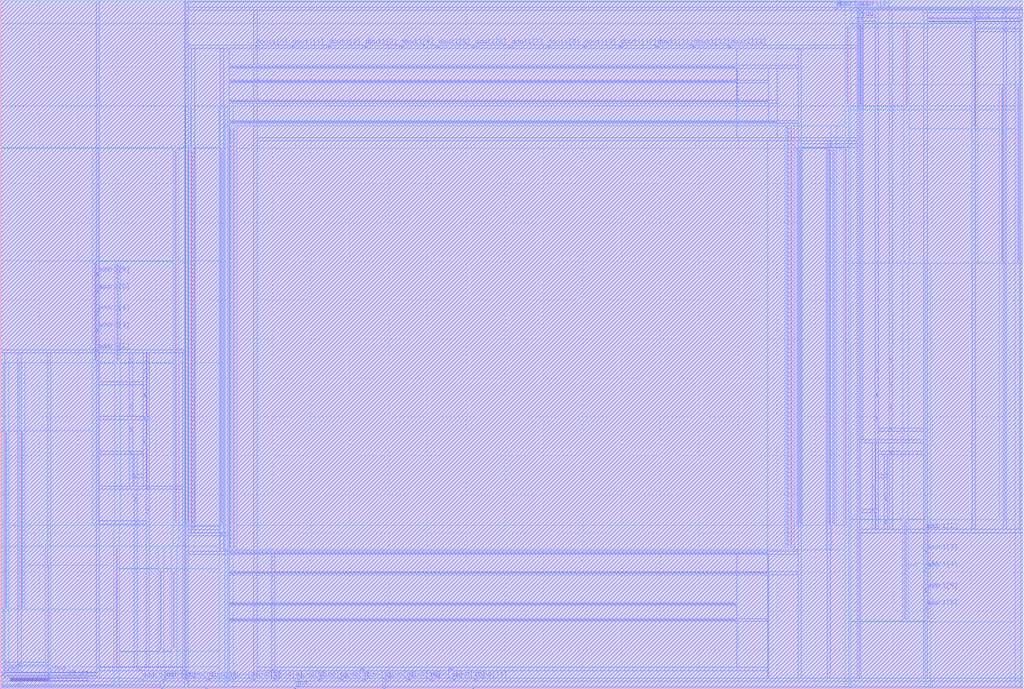
<source format=lef>
VERSION 5.4 ;
NAMESCASESENSITIVE ON ;
BUSBITCHARS "[]" ;
DIVIDERCHAR "/" ;
UNITS
  DATABASE MICRONS 2000 ;
END UNITS
MACRO freepdk45_sram_1w1r_14x128
   CLASS BLOCK ;
   SIZE 131.805 BY 88.705 ;
   SYMMETRY X Y R90 ;
   PIN din0[0]
      DIRECTION INPUT ;
      PORT
         LAYER metal3 ;
         RECT  23.91 1.105 24.045 1.24 ;
      END
   END din0[0]
   PIN din0[1]
      DIRECTION INPUT ;
      PORT
         LAYER metal3 ;
         RECT  26.77 1.105 26.905 1.24 ;
      END
   END din0[1]
   PIN din0[2]
      DIRECTION INPUT ;
      PORT
         LAYER metal3 ;
         RECT  29.63 1.105 29.765 1.24 ;
      END
   END din0[2]
   PIN din0[3]
      DIRECTION INPUT ;
      PORT
         LAYER metal3 ;
         RECT  32.49 1.105 32.625 1.24 ;
      END
   END din0[3]
   PIN din0[4]
      DIRECTION INPUT ;
      PORT
         LAYER metal3 ;
         RECT  35.35 1.105 35.485 1.24 ;
      END
   END din0[4]
   PIN din0[5]
      DIRECTION INPUT ;
      PORT
         LAYER metal3 ;
         RECT  38.21 1.105 38.345 1.24 ;
      END
   END din0[5]
   PIN din0[6]
      DIRECTION INPUT ;
      PORT
         LAYER metal3 ;
         RECT  41.07 1.105 41.205 1.24 ;
      END
   END din0[6]
   PIN din0[7]
      DIRECTION INPUT ;
      PORT
         LAYER metal3 ;
         RECT  43.93 1.105 44.065 1.24 ;
      END
   END din0[7]
   PIN din0[8]
      DIRECTION INPUT ;
      PORT
         LAYER metal3 ;
         RECT  46.79 1.105 46.925 1.24 ;
      END
   END din0[8]
   PIN din0[9]
      DIRECTION INPUT ;
      PORT
         LAYER metal3 ;
         RECT  49.65 1.105 49.785 1.24 ;
      END
   END din0[9]
   PIN din0[10]
      DIRECTION INPUT ;
      PORT
         LAYER metal3 ;
         RECT  52.51 1.105 52.645 1.24 ;
      END
   END din0[10]
   PIN din0[11]
      DIRECTION INPUT ;
      PORT
         LAYER metal3 ;
         RECT  55.37 1.105 55.505 1.24 ;
      END
   END din0[11]
   PIN din0[12]
      DIRECTION INPUT ;
      PORT
         LAYER metal3 ;
         RECT  58.23 1.105 58.365 1.24 ;
      END
   END din0[12]
   PIN din0[13]
      DIRECTION INPUT ;
      PORT
         LAYER metal3 ;
         RECT  61.09 1.105 61.225 1.24 ;
      END
   END din0[13]
   PIN addr0[0]
      DIRECTION INPUT ;
      PORT
         LAYER metal3 ;
         RECT  18.19 1.105 18.325 1.24 ;
      END
   END addr0[0]
   PIN addr0[1]
      DIRECTION INPUT ;
      PORT
         LAYER metal3 ;
         RECT  21.05 1.105 21.185 1.24 ;
      END
   END addr0[1]
   PIN addr0[2]
      DIRECTION INPUT ;
      PORT
         LAYER metal3 ;
         RECT  12.47 43.37 12.605 43.505 ;
      END
   END addr0[2]
   PIN addr0[3]
      DIRECTION INPUT ;
      PORT
         LAYER metal3 ;
         RECT  12.47 46.1 12.605 46.235 ;
      END
   END addr0[3]
   PIN addr0[4]
      DIRECTION INPUT ;
      PORT
         LAYER metal3 ;
         RECT  12.47 48.31 12.605 48.445 ;
      END
   END addr0[4]
   PIN addr0[5]
      DIRECTION INPUT ;
      PORT
         LAYER metal3 ;
         RECT  12.47 51.04 12.605 51.175 ;
      END
   END addr0[5]
   PIN addr0[6]
      DIRECTION INPUT ;
      PORT
         LAYER metal3 ;
         RECT  12.47 53.25 12.605 53.385 ;
      END
   END addr0[6]
   PIN addr1[0]
      DIRECTION INPUT ;
      PORT
         LAYER metal3 ;
         RECT  110.48 87.465 110.615 87.6 ;
      END
   END addr1[0]
   PIN addr1[1]
      DIRECTION INPUT ;
      PORT
         LAYER metal3 ;
         RECT  107.62 87.465 107.755 87.6 ;
      END
   END addr1[1]
   PIN addr1[2]
      DIRECTION INPUT ;
      PORT
         LAYER metal3 ;
         RECT  119.06 20.23 119.195 20.365 ;
      END
   END addr1[2]
   PIN addr1[3]
      DIRECTION INPUT ;
      PORT
         LAYER metal3 ;
         RECT  119.06 17.5 119.195 17.635 ;
      END
   END addr1[3]
   PIN addr1[4]
      DIRECTION INPUT ;
      PORT
         LAYER metal3 ;
         RECT  119.06 15.29 119.195 15.425 ;
      END
   END addr1[4]
   PIN addr1[5]
      DIRECTION INPUT ;
      PORT
         LAYER metal3 ;
         RECT  119.06 12.56 119.195 12.695 ;
      END
   END addr1[5]
   PIN addr1[6]
      DIRECTION INPUT ;
      PORT
         LAYER metal3 ;
         RECT  119.06 10.35 119.195 10.485 ;
      END
   END addr1[6]
   PIN csb0
      DIRECTION INPUT ;
      PORT
         LAYER metal3 ;
         RECT  0.285 1.77 0.42 1.905 ;
      END
   END csb0
   PIN csb1
      DIRECTION INPUT ;
      PORT
         LAYER metal3 ;
         RECT  131.385 86.09 131.52 86.225 ;
      END
   END csb1
   PIN clk0
      DIRECTION INPUT ;
      PORT
         LAYER metal3 ;
         RECT  6.2475 1.855 6.3825 1.99 ;
      END
   END clk0
   PIN clk1
      DIRECTION INPUT ;
      PORT
         LAYER metal3 ;
         RECT  125.2825 86.005 125.4175 86.14 ;
      END
   END clk1
   PIN dout1[0]
      DIRECTION OUTPUT ;
      PORT
         LAYER metal3 ;
         RECT  32.8025 82.5975 32.9375 82.7325 ;
      END
   END dout1[0]
   PIN dout1[1]
      DIRECTION OUTPUT ;
      PORT
         LAYER metal3 ;
         RECT  37.5025 82.5975 37.6375 82.7325 ;
      END
   END dout1[1]
   PIN dout1[2]
      DIRECTION OUTPUT ;
      PORT
         LAYER metal3 ;
         RECT  42.2025 82.5975 42.3375 82.7325 ;
      END
   END dout1[2]
   PIN dout1[3]
      DIRECTION OUTPUT ;
      PORT
         LAYER metal3 ;
         RECT  46.9025 82.5975 47.0375 82.7325 ;
      END
   END dout1[3]
   PIN dout1[4]
      DIRECTION OUTPUT ;
      PORT
         LAYER metal3 ;
         RECT  51.6025 82.5975 51.7375 82.7325 ;
      END
   END dout1[4]
   PIN dout1[5]
      DIRECTION OUTPUT ;
      PORT
         LAYER metal3 ;
         RECT  56.3025 82.5975 56.4375 82.7325 ;
      END
   END dout1[5]
   PIN dout1[6]
      DIRECTION OUTPUT ;
      PORT
         LAYER metal3 ;
         RECT  61.0025 82.5975 61.1375 82.7325 ;
      END
   END dout1[6]
   PIN dout1[7]
      DIRECTION OUTPUT ;
      PORT
         LAYER metal3 ;
         RECT  65.7025 82.5975 65.8375 82.7325 ;
      END
   END dout1[7]
   PIN dout1[8]
      DIRECTION OUTPUT ;
      PORT
         LAYER metal3 ;
         RECT  70.4025 82.5975 70.5375 82.7325 ;
      END
   END dout1[8]
   PIN dout1[9]
      DIRECTION OUTPUT ;
      PORT
         LAYER metal3 ;
         RECT  75.1025 82.5975 75.2375 82.7325 ;
      END
   END dout1[9]
   PIN dout1[10]
      DIRECTION OUTPUT ;
      PORT
         LAYER metal3 ;
         RECT  79.8025 82.5975 79.9375 82.7325 ;
      END
   END dout1[10]
   PIN dout1[11]
      DIRECTION OUTPUT ;
      PORT
         LAYER metal3 ;
         RECT  84.5025 82.5975 84.6375 82.7325 ;
      END
   END dout1[11]
   PIN dout1[12]
      DIRECTION OUTPUT ;
      PORT
         LAYER metal3 ;
         RECT  89.2025 82.5975 89.3375 82.7325 ;
      END
   END dout1[12]
   PIN dout1[13]
      DIRECTION OUTPUT ;
      PORT
         LAYER metal3 ;
         RECT  93.9025 82.5975 94.0375 82.7325 ;
      END
   END dout1[13]
   PIN vdd
      DIRECTION INOUT ;
      USE POWER ; 
      SHAPE ABUTMENT ; 
      PORT
         LAYER metal4 ;
         RECT  109.055 75.32 109.195 85.34 ;
         LAYER metal4 ;
         RECT  28.47 21.3325 28.61 69.3125 ;
         LAYER metal3 ;
         RECT  112.7675 31.8 112.9025 31.935 ;
         LAYER metal3 ;
         RECT  112.4225 22.83 112.5575 22.965 ;
         LAYER metal3 ;
         RECT  112.7675 37.78 112.9025 37.915 ;
         LAYER metal4 ;
         RECT  130.9775 55.0825 131.1175 77.485 ;
         LAYER metal3 ;
         RECT  23.6275 2.47 23.7625 2.605 ;
         LAYER metal3 ;
         RECT  112.4225 25.82 112.5575 25.955 ;
         LAYER metal3 ;
         RECT  18.9125 25.82 19.0475 25.955 ;
         LAYER metal3 ;
         RECT  102.8625 70.67 102.9975 70.805 ;
         LAYER metal3 ;
         RECT  112.7675 34.79 112.9025 34.925 ;
         LAYER metal3 ;
         RECT  29.6175 17.4675 98.7025 17.5375 ;
         LAYER metal3 ;
         RECT  17.9075 2.47 18.0425 2.605 ;
         LAYER metal3 ;
         RECT  35.0675 2.47 35.2025 2.605 ;
         LAYER metal4 ;
         RECT  14.905 3.1325 15.045 18.0925 ;
         LAYER metal3 ;
         RECT  112.7675 40.77 112.9025 40.905 ;
         LAYER metal3 ;
         RECT  29.6175 8.8175 94.7075 8.8875 ;
         LAYER metal3 ;
         RECT  18.5675 34.79 18.7025 34.925 ;
         LAYER metal3 ;
         RECT  29.6175 80.04 94.7075 80.11 ;
         LAYER metal3 ;
         RECT  28.4725 19.84 28.6075 19.975 ;
         LAYER metal4 ;
         RECT  116.62 74.8425 116.76 84.8625 ;
         LAYER metal4 ;
         RECT  22.275 5.125 22.415 15.145 ;
         LAYER metal4 ;
         RECT  29.55 18.1625 29.69 72.2325 ;
         LAYER metal3 ;
         RECT  18.9125 22.83 19.0475 22.965 ;
         LAYER metal4 ;
         RECT  12.185 42.2625 12.325 54.8175 ;
         LAYER metal3 ;
         RECT  106.595 69.8825 106.73 70.0175 ;
         LAYER metal3 ;
         RECT  2.425 3.135 2.56 3.27 ;
         LAYER metal4 ;
         RECT  102.86 21.3325 103.0 69.3125 ;
         LAYER metal4 ;
         RECT  24.12 21.3325 24.26 69.3825 ;
         LAYER metal3 ;
         RECT  57.9475 2.47 58.0825 2.605 ;
         LAYER metal3 ;
         RECT  18.5675 37.78 18.7025 37.915 ;
         LAYER metal4 ;
         RECT  0.6875 10.51 0.8275 32.9125 ;
         LAYER metal4 ;
         RECT  101.78 18.1625 101.92 72.2325 ;
         LAYER metal3 ;
         RECT  29.6175 72.9275 99.8775 72.9975 ;
         LAYER metal3 ;
         RECT  18.5675 31.8 18.7025 31.935 ;
         LAYER metal3 ;
         RECT  129.245 84.725 129.38 84.86 ;
         LAYER metal4 ;
         RECT  107.21 21.3325 107.35 69.3825 ;
         LAYER metal4 ;
         RECT  119.34 8.9175 119.48 21.4725 ;
         LAYER metal3 ;
         RECT  46.5075 2.47 46.6425 2.605 ;
         LAYER metal3 ;
         RECT  18.5675 40.77 18.7025 40.905 ;
         LAYER metal3 ;
         RECT  24.74 20.6275 24.875 20.7625 ;
         LAYER metal3 ;
         RECT  110.7625 86.1 110.8975 86.235 ;
      END
   END vdd
   PIN gnd
      DIRECTION INOUT ;
      USE GROUND ; 
      SHAPE ABUTMENT ; 
      PORT
         LAYER metal3 ;
         RECT  49.3675 0.0 49.5025 0.135 ;
         LAYER metal3 ;
         RECT  114.575 30.305 114.71 30.44 ;
         LAYER metal4 ;
         RECT  20.6125 5.0575 20.7525 15.2125 ;
         LAYER metal3 ;
         RECT  113.95 27.315 114.085 27.45 ;
         LAYER metal4 ;
         RECT  125.42 72.3725 125.56 87.3325 ;
         LAYER metal4 ;
         RECT  22.53 21.3 22.67 69.3825 ;
         LAYER metal4 ;
         RECT  106.65 21.3 106.79 69.345 ;
         LAYER metal3 ;
         RECT  113.95 24.325 114.085 24.46 ;
         LAYER metal4 ;
         RECT  128.915 55.05 129.055 77.4525 ;
         LAYER metal3 ;
         RECT  16.76 39.275 16.895 39.41 ;
         LAYER metal3 ;
         RECT  17.385 21.335 17.52 21.47 ;
         LAYER metal3 ;
         RECT  16.76 30.305 16.895 30.44 ;
         LAYER metal3 ;
         RECT  29.6175 14.8475 98.735 14.9175 ;
         LAYER metal3 ;
         RECT  114.575 33.295 114.71 33.43 ;
         LAYER metal3 ;
         RECT  29.6175 75.5475 98.735 75.6175 ;
         LAYER metal4 ;
         RECT  110.7175 75.2525 110.8575 85.4075 ;
         LAYER metal3 ;
         RECT  17.385 24.325 17.52 24.46 ;
         LAYER metal3 ;
         RECT  26.4875 0.0 26.6225 0.135 ;
         LAYER metal3 ;
         RECT  107.9025 88.57 108.0375 88.705 ;
         LAYER metal3 ;
         RECT  29.6175 78.1475 94.7425 78.2175 ;
         LAYER metal4 ;
         RECT  15.045 42.1975 15.185 54.7525 ;
         LAYER metal4 ;
         RECT  2.75 10.5425 2.89 32.945 ;
         LAYER metal3 ;
         RECT  20.7675 0.0 20.9025 0.135 ;
         LAYER metal3 ;
         RECT  16.76 42.265 16.895 42.4 ;
         LAYER metal3 ;
         RECT  16.76 36.285 16.895 36.42 ;
         LAYER metal3 ;
         RECT  60.8075 0.0 60.9425 0.135 ;
         LAYER metal3 ;
         RECT  114.575 36.285 114.71 36.42 ;
         LAYER metal3 ;
         RECT  129.245 87.195 129.38 87.33 ;
         LAYER metal3 ;
         RECT  16.76 33.295 16.895 33.43 ;
         LAYER metal4 ;
         RECT  6.105 0.6625 6.245 15.6225 ;
         LAYER metal4 ;
         RECT  108.8 21.3 108.94 69.3825 ;
         LAYER metal3 ;
         RECT  17.385 27.315 17.52 27.45 ;
         LAYER metal3 ;
         RECT  29.6175 10.8675 94.7075 10.9375 ;
         LAYER metal4 ;
         RECT  24.68 21.3 24.82 69.345 ;
         LAYER metal3 ;
         RECT  114.575 39.275 114.71 39.41 ;
         LAYER metal4 ;
         RECT  30.01 18.1625 30.15 72.2325 ;
         LAYER metal4 ;
         RECT  101.32 18.1625 101.46 72.2325 ;
         LAYER metal4 ;
         RECT  116.48 8.9825 116.62 21.5375 ;
         LAYER metal3 ;
         RECT  113.95 21.335 114.085 21.47 ;
         LAYER metal3 ;
         RECT  2.425 0.665 2.56 0.8 ;
         LAYER metal3 ;
         RECT  114.575 42.265 114.71 42.4 ;
         LAYER metal3 ;
         RECT  37.9275 0.0 38.0625 0.135 ;
      END
   END gnd
   OBS
   LAYER  metal1 ;
      RECT  0.14 0.14 131.665 88.565 ;
   LAYER  metal2 ;
      RECT  0.14 0.14 131.665 88.565 ;
   LAYER  metal3 ;
      RECT  23.77 0.14 24.185 0.965 ;
      RECT  24.185 0.965 26.63 1.38 ;
      RECT  27.045 0.965 29.49 1.38 ;
      RECT  29.905 0.965 32.35 1.38 ;
      RECT  32.765 0.965 35.21 1.38 ;
      RECT  35.625 0.965 38.07 1.38 ;
      RECT  38.485 0.965 40.93 1.38 ;
      RECT  41.345 0.965 43.79 1.38 ;
      RECT  44.205 0.965 46.65 1.38 ;
      RECT  47.065 0.965 49.51 1.38 ;
      RECT  49.925 0.965 52.37 1.38 ;
      RECT  52.785 0.965 55.23 1.38 ;
      RECT  55.645 0.965 58.09 1.38 ;
      RECT  58.505 0.965 60.95 1.38 ;
      RECT  61.365 0.965 131.665 1.38 ;
      RECT  0.14 0.965 18.05 1.38 ;
      RECT  18.465 0.965 20.91 1.38 ;
      RECT  21.325 0.965 23.77 1.38 ;
      RECT  0.14 43.23 12.33 43.645 ;
      RECT  0.14 43.645 12.33 88.565 ;
      RECT  12.33 1.38 12.745 43.23 ;
      RECT  12.745 43.23 23.77 43.645 ;
      RECT  12.745 43.645 23.77 88.565 ;
      RECT  12.33 43.645 12.745 45.96 ;
      RECT  12.33 46.375 12.745 48.17 ;
      RECT  12.33 48.585 12.745 50.9 ;
      RECT  12.33 51.315 12.745 53.11 ;
      RECT  12.33 53.525 12.745 88.565 ;
      RECT  110.34 87.74 110.755 88.565 ;
      RECT  110.755 87.74 131.665 88.565 ;
      RECT  24.185 87.325 107.48 87.74 ;
      RECT  107.895 87.325 110.34 87.74 ;
      RECT  110.755 1.38 118.92 20.09 ;
      RECT  110.755 20.09 118.92 20.505 ;
      RECT  118.92 20.505 119.335 87.325 ;
      RECT  119.335 1.38 131.665 20.09 ;
      RECT  119.335 20.09 131.665 20.505 ;
      RECT  118.92 17.775 119.335 20.09 ;
      RECT  118.92 15.565 119.335 17.36 ;
      RECT  118.92 12.835 119.335 15.15 ;
      RECT  118.92 1.38 119.335 10.21 ;
      RECT  118.92 10.625 119.335 12.42 ;
      RECT  0.14 1.38 0.145 1.63 ;
      RECT  0.14 1.63 0.145 2.045 ;
      RECT  0.14 2.045 0.145 43.23 ;
      RECT  0.145 1.38 0.56 1.63 ;
      RECT  0.145 2.045 0.56 43.23 ;
      RECT  0.56 1.38 12.33 1.63 ;
      RECT  131.245 20.505 131.66 85.95 ;
      RECT  131.245 86.365 131.66 87.325 ;
      RECT  131.66 20.505 131.665 85.95 ;
      RECT  131.66 85.95 131.665 86.365 ;
      RECT  131.66 86.365 131.665 87.325 ;
      RECT  0.56 1.63 6.1075 1.715 ;
      RECT  0.56 1.715 6.1075 2.045 ;
      RECT  6.1075 1.63 6.5225 1.715 ;
      RECT  6.5225 1.63 12.33 1.715 ;
      RECT  6.5225 1.715 12.33 2.045 ;
      RECT  0.56 2.045 6.1075 2.13 ;
      RECT  6.1075 2.13 6.5225 43.23 ;
      RECT  6.5225 2.045 12.33 2.13 ;
      RECT  6.5225 2.13 12.33 43.23 ;
      RECT  119.335 20.505 125.1425 85.865 ;
      RECT  119.335 85.865 125.1425 85.95 ;
      RECT  125.1425 20.505 125.5575 85.865 ;
      RECT  125.5575 85.865 131.245 85.95 ;
      RECT  119.335 85.95 125.1425 86.28 ;
      RECT  119.335 86.28 125.1425 86.365 ;
      RECT  125.1425 86.28 125.5575 86.365 ;
      RECT  125.5575 85.95 131.245 86.28 ;
      RECT  125.5575 86.28 131.245 86.365 ;
      RECT  24.185 82.4575 32.6625 82.8725 ;
      RECT  24.185 82.8725 32.6625 87.325 ;
      RECT  32.6625 82.8725 33.0775 87.325 ;
      RECT  33.0775 82.8725 110.34 87.325 ;
      RECT  33.0775 82.4575 37.3625 82.8725 ;
      RECT  37.7775 82.4575 42.0625 82.8725 ;
      RECT  42.4775 82.4575 46.7625 82.8725 ;
      RECT  47.1775 82.4575 51.4625 82.8725 ;
      RECT  51.8775 82.4575 56.1625 82.8725 ;
      RECT  56.5775 82.4575 60.8625 82.8725 ;
      RECT  61.2775 82.4575 65.5625 82.8725 ;
      RECT  65.9775 82.4575 70.2625 82.8725 ;
      RECT  70.6775 82.4575 74.9625 82.8725 ;
      RECT  75.3775 82.4575 79.6625 82.8725 ;
      RECT  80.0775 82.4575 84.3625 82.8725 ;
      RECT  84.7775 82.4575 89.0625 82.8725 ;
      RECT  89.4775 82.4575 93.7625 82.8725 ;
      RECT  94.1775 82.4575 110.34 82.8725 ;
      RECT  110.755 31.66 112.6275 32.075 ;
      RECT  113.0425 31.66 118.92 32.075 ;
      RECT  110.755 20.505 112.2825 22.69 ;
      RECT  110.755 22.69 112.2825 23.105 ;
      RECT  110.755 23.105 112.2825 31.66 ;
      RECT  112.2825 20.505 112.6275 22.69 ;
      RECT  112.6275 20.505 112.6975 22.69 ;
      RECT  112.6975 20.505 113.0425 22.69 ;
      RECT  112.6975 22.69 113.0425 23.105 ;
      RECT  112.6975 23.105 113.0425 31.66 ;
      RECT  23.77 1.38 23.9025 2.33 ;
      RECT  23.77 2.745 23.9025 88.565 ;
      RECT  23.9025 1.38 24.185 2.33 ;
      RECT  23.9025 2.33 24.185 2.745 ;
      RECT  23.9025 2.745 24.185 88.565 ;
      RECT  12.745 1.38 23.4875 2.33 ;
      RECT  23.4875 1.38 23.77 2.33 ;
      RECT  23.4875 2.745 23.77 43.23 ;
      RECT  112.2825 23.105 112.6275 25.68 ;
      RECT  112.2825 26.095 112.6275 31.66 ;
      RECT  112.6275 23.105 112.6975 25.68 ;
      RECT  112.6275 26.095 112.6975 31.66 ;
      RECT  12.745 25.68 18.7725 26.095 ;
      RECT  19.1875 2.745 23.4875 25.68 ;
      RECT  19.1875 25.68 23.4875 26.095 ;
      RECT  19.1875 26.095 23.4875 43.23 ;
      RECT  33.0775 70.53 102.7225 70.945 ;
      RECT  102.7225 1.38 103.1375 70.53 ;
      RECT  102.7225 70.945 103.1375 82.4575 ;
      RECT  103.1375 70.53 110.34 70.945 ;
      RECT  103.1375 70.945 110.34 82.4575 ;
      RECT  112.6275 32.075 113.0425 34.65 ;
      RECT  112.6275 35.065 113.0425 37.64 ;
      RECT  24.185 1.38 29.4775 17.3275 ;
      RECT  24.185 17.3275 29.4775 17.6775 ;
      RECT  33.0775 17.6775 98.8425 70.53 ;
      RECT  98.8425 17.3275 102.7225 17.6775 ;
      RECT  98.8425 17.6775 102.7225 70.53 ;
      RECT  12.745 2.33 17.7675 2.745 ;
      RECT  18.1825 2.33 23.4875 2.745 ;
      RECT  33.0775 1.38 34.9275 2.33 ;
      RECT  33.0775 2.33 34.9275 2.745 ;
      RECT  34.9275 1.38 35.3425 2.33 ;
      RECT  35.3425 1.38 98.8425 2.33 ;
      RECT  112.6275 38.055 113.0425 40.63 ;
      RECT  112.6275 41.045 113.0425 87.325 ;
      RECT  29.4775 1.38 32.6625 8.6775 ;
      RECT  32.6625 1.38 33.0775 8.6775 ;
      RECT  33.0775 2.745 34.9275 8.6775 ;
      RECT  34.9275 2.745 35.3425 8.6775 ;
      RECT  35.3425 2.745 94.8475 8.6775 ;
      RECT  94.8475 2.745 98.8425 8.6775 ;
      RECT  94.8475 8.6775 98.8425 9.0275 ;
      RECT  12.745 34.65 18.4275 35.065 ;
      RECT  18.8425 26.095 19.1875 34.65 ;
      RECT  18.8425 34.65 19.1875 35.065 ;
      RECT  18.8425 35.065 19.1875 43.23 ;
      RECT  33.0775 80.25 94.8475 82.4575 ;
      RECT  94.8475 79.9 102.7225 80.25 ;
      RECT  94.8475 80.25 102.7225 82.4575 ;
      RECT  29.4775 80.25 32.6625 82.4575 ;
      RECT  32.6625 80.25 33.0775 82.4575 ;
      RECT  24.185 17.6775 28.3325 19.7 ;
      RECT  24.185 19.7 28.3325 20.115 ;
      RECT  28.3325 17.6775 28.7475 19.7 ;
      RECT  28.3325 20.115 28.7475 82.4575 ;
      RECT  28.7475 17.6775 29.4775 19.7 ;
      RECT  28.7475 19.7 29.4775 20.115 ;
      RECT  28.7475 20.115 29.4775 82.4575 ;
      RECT  18.7725 2.745 19.1875 22.69 ;
      RECT  18.7725 23.105 19.1875 25.68 ;
      RECT  103.1375 1.38 106.455 69.7425 ;
      RECT  103.1375 69.7425 106.455 70.1575 ;
      RECT  103.1375 70.1575 106.455 70.53 ;
      RECT  106.455 1.38 106.87 69.7425 ;
      RECT  106.455 70.1575 106.87 70.53 ;
      RECT  106.87 1.38 110.34 69.7425 ;
      RECT  106.87 69.7425 110.34 70.1575 ;
      RECT  106.87 70.1575 110.34 70.53 ;
      RECT  0.56 2.13 2.285 2.995 ;
      RECT  0.56 2.995 2.285 3.41 ;
      RECT  0.56 3.41 2.285 43.23 ;
      RECT  2.285 2.13 2.7 2.995 ;
      RECT  2.285 3.41 2.7 43.23 ;
      RECT  2.7 2.13 6.1075 2.995 ;
      RECT  2.7 2.995 6.1075 3.41 ;
      RECT  2.7 3.41 6.1075 43.23 ;
      RECT  58.2225 2.33 98.8425 2.745 ;
      RECT  18.4275 35.065 18.7725 37.64 ;
      RECT  18.7725 35.065 18.8425 37.64 ;
      RECT  33.0775 70.945 94.8475 72.7875 ;
      RECT  94.8475 70.945 100.0175 72.7875 ;
      RECT  100.0175 70.945 102.7225 72.7875 ;
      RECT  100.0175 72.7875 102.7225 73.1375 ;
      RECT  100.0175 73.1375 102.7225 79.9 ;
      RECT  29.4775 17.6775 32.6625 72.7875 ;
      RECT  32.6625 17.6775 33.0775 72.7875 ;
      RECT  18.4275 26.095 18.7725 31.66 ;
      RECT  18.4275 32.075 18.7725 34.65 ;
      RECT  18.7725 26.095 18.8425 31.66 ;
      RECT  18.7725 32.075 18.8425 34.65 ;
      RECT  125.5575 20.505 129.105 84.585 ;
      RECT  125.5575 84.585 129.105 85.0 ;
      RECT  125.5575 85.0 129.105 85.865 ;
      RECT  129.105 20.505 129.52 84.585 ;
      RECT  129.105 85.0 129.52 85.865 ;
      RECT  129.52 20.505 131.245 84.585 ;
      RECT  129.52 84.585 131.245 85.0 ;
      RECT  129.52 85.0 131.245 85.865 ;
      RECT  35.3425 2.33 46.3675 2.745 ;
      RECT  46.7825 2.33 57.8075 2.745 ;
      RECT  18.4275 38.055 18.7725 40.63 ;
      RECT  18.4275 41.045 18.7725 43.23 ;
      RECT  18.7725 38.055 18.8425 40.63 ;
      RECT  18.7725 41.045 18.8425 43.23 ;
      RECT  24.185 20.115 24.6 20.4875 ;
      RECT  24.185 20.4875 24.6 20.9025 ;
      RECT  24.185 20.9025 24.6 82.4575 ;
      RECT  24.6 20.115 25.015 20.4875 ;
      RECT  24.6 20.9025 25.015 82.4575 ;
      RECT  25.015 20.115 28.3325 20.4875 ;
      RECT  25.015 20.4875 28.3325 20.9025 ;
      RECT  25.015 20.9025 28.3325 82.4575 ;
      RECT  110.34 1.38 110.6225 85.96 ;
      RECT  110.34 85.96 110.6225 86.375 ;
      RECT  110.34 86.375 110.6225 87.325 ;
      RECT  110.6225 1.38 110.755 85.96 ;
      RECT  110.6225 86.375 110.755 87.325 ;
      RECT  110.755 32.075 111.0375 85.96 ;
      RECT  110.755 86.375 111.0375 87.325 ;
      RECT  111.0375 32.075 112.6275 85.96 ;
      RECT  111.0375 85.96 112.6275 86.375 ;
      RECT  111.0375 86.375 112.6275 87.325 ;
      RECT  24.185 0.275 49.2275 0.965 ;
      RECT  49.2275 0.275 49.6425 0.965 ;
      RECT  49.6425 0.275 131.665 0.965 ;
      RECT  113.0425 30.165 114.435 30.58 ;
      RECT  113.0425 30.58 114.435 31.66 ;
      RECT  114.435 20.505 114.85 30.165 ;
      RECT  114.435 30.58 114.85 31.66 ;
      RECT  114.85 20.505 118.92 30.165 ;
      RECT  114.85 30.165 118.92 30.58 ;
      RECT  114.85 30.58 118.92 31.66 ;
      RECT  113.0425 20.505 113.81 27.175 ;
      RECT  113.0425 27.175 113.81 27.59 ;
      RECT  113.0425 27.59 113.81 30.165 ;
      RECT  113.81 27.59 114.225 30.165 ;
      RECT  114.225 20.505 114.435 27.175 ;
      RECT  114.225 27.175 114.435 27.59 ;
      RECT  114.225 27.59 114.435 30.165 ;
      RECT  113.81 24.6 114.225 27.175 ;
      RECT  12.745 35.065 16.62 39.135 ;
      RECT  12.745 39.135 16.62 39.55 ;
      RECT  12.745 39.55 16.62 43.23 ;
      RECT  17.035 35.065 18.4275 39.135 ;
      RECT  17.035 39.135 18.4275 39.55 ;
      RECT  17.035 39.55 18.4275 43.23 ;
      RECT  12.745 2.745 17.245 21.195 ;
      RECT  12.745 21.195 17.245 21.61 ;
      RECT  12.745 21.61 17.245 25.68 ;
      RECT  17.245 2.745 17.66 21.195 ;
      RECT  17.66 2.745 18.7725 21.195 ;
      RECT  17.66 21.195 18.7725 21.61 ;
      RECT  17.66 21.61 18.7725 25.68 ;
      RECT  12.745 26.095 16.62 30.165 ;
      RECT  12.745 30.165 16.62 30.58 ;
      RECT  12.745 30.58 16.62 34.65 ;
      RECT  16.62 26.095 17.035 30.165 ;
      RECT  17.035 30.165 18.4275 30.58 ;
      RECT  17.035 30.58 18.4275 34.65 ;
      RECT  98.8425 1.38 98.875 14.7075 ;
      RECT  98.8425 15.0575 98.875 17.3275 ;
      RECT  98.875 1.38 102.7225 14.7075 ;
      RECT  98.875 14.7075 102.7225 15.0575 ;
      RECT  98.875 15.0575 102.7225 17.3275 ;
      RECT  29.4775 15.0575 32.6625 17.3275 ;
      RECT  32.6625 15.0575 33.0775 17.3275 ;
      RECT  33.0775 15.0575 34.9275 17.3275 ;
      RECT  34.9275 15.0575 35.3425 17.3275 ;
      RECT  35.3425 15.0575 94.8475 17.3275 ;
      RECT  94.8475 9.0275 98.8425 14.7075 ;
      RECT  94.8475 15.0575 98.8425 17.3275 ;
      RECT  113.0425 32.075 114.435 33.155 ;
      RECT  113.0425 33.155 114.435 33.57 ;
      RECT  113.0425 33.57 114.435 87.325 ;
      RECT  114.435 32.075 114.85 33.155 ;
      RECT  114.85 32.075 118.92 33.155 ;
      RECT  114.85 33.155 118.92 33.57 ;
      RECT  114.85 33.57 118.92 87.325 ;
      RECT  33.0775 73.1375 94.8475 75.4075 ;
      RECT  94.8475 73.1375 98.875 75.4075 ;
      RECT  98.875 73.1375 100.0175 75.4075 ;
      RECT  98.875 75.4075 100.0175 75.7575 ;
      RECT  98.875 75.7575 100.0175 79.9 ;
      RECT  29.4775 73.1375 32.6625 75.4075 ;
      RECT  32.6625 73.1375 33.0775 75.4075 ;
      RECT  17.245 21.61 17.66 24.185 ;
      RECT  17.245 24.6 17.66 25.68 ;
      RECT  24.185 0.14 26.3475 0.275 ;
      RECT  24.185 87.74 107.7625 88.43 ;
      RECT  24.185 88.43 107.7625 88.565 ;
      RECT  107.7625 87.74 108.1775 88.43 ;
      RECT  108.1775 87.74 110.34 88.43 ;
      RECT  108.1775 88.43 110.34 88.565 ;
      RECT  33.0775 75.7575 94.8475 78.0075 ;
      RECT  33.0775 78.3575 94.8475 79.9 ;
      RECT  94.8475 75.7575 94.8825 78.0075 ;
      RECT  94.8475 78.3575 94.8825 79.9 ;
      RECT  94.8825 75.7575 98.875 78.0075 ;
      RECT  94.8825 78.0075 98.875 78.3575 ;
      RECT  94.8825 78.3575 98.875 79.9 ;
      RECT  29.4775 75.7575 32.6625 78.0075 ;
      RECT  29.4775 78.3575 32.6625 79.9 ;
      RECT  32.6625 75.7575 33.0775 78.0075 ;
      RECT  32.6625 78.3575 33.0775 79.9 ;
      RECT  0.14 0.14 20.6275 0.275 ;
      RECT  20.6275 0.275 21.0425 0.965 ;
      RECT  21.0425 0.14 23.77 0.275 ;
      RECT  21.0425 0.275 23.77 0.965 ;
      RECT  16.62 39.55 17.035 42.125 ;
      RECT  16.62 42.54 17.035 43.23 ;
      RECT  16.62 35.065 17.035 36.145 ;
      RECT  16.62 36.56 17.035 39.135 ;
      RECT  49.6425 0.14 60.6675 0.275 ;
      RECT  61.0825 0.14 131.665 0.275 ;
      RECT  114.435 33.57 114.85 36.145 ;
      RECT  110.755 87.325 129.105 87.47 ;
      RECT  110.755 87.47 129.105 87.74 ;
      RECT  129.105 87.47 129.52 87.74 ;
      RECT  129.52 87.325 131.665 87.47 ;
      RECT  129.52 87.47 131.665 87.74 ;
      RECT  119.335 86.365 129.105 87.055 ;
      RECT  119.335 87.055 129.105 87.325 ;
      RECT  129.105 86.365 129.52 87.055 ;
      RECT  129.52 86.365 131.245 87.055 ;
      RECT  129.52 87.055 131.245 87.325 ;
      RECT  16.62 30.58 17.035 33.155 ;
      RECT  16.62 33.57 17.035 34.65 ;
      RECT  17.035 26.095 17.245 27.175 ;
      RECT  17.035 27.175 17.245 27.59 ;
      RECT  17.035 27.59 17.245 30.165 ;
      RECT  17.245 26.095 17.66 27.175 ;
      RECT  17.245 27.59 17.66 30.165 ;
      RECT  17.66 26.095 18.4275 27.175 ;
      RECT  17.66 27.175 18.4275 27.59 ;
      RECT  17.66 27.59 18.4275 30.165 ;
      RECT  29.4775 9.0275 32.6625 10.7275 ;
      RECT  29.4775 11.0775 32.6625 14.7075 ;
      RECT  32.6625 9.0275 33.0775 10.7275 ;
      RECT  32.6625 11.0775 33.0775 14.7075 ;
      RECT  33.0775 9.0275 34.9275 10.7275 ;
      RECT  33.0775 11.0775 34.9275 14.7075 ;
      RECT  34.9275 9.0275 35.3425 10.7275 ;
      RECT  34.9275 11.0775 35.3425 14.7075 ;
      RECT  35.3425 9.0275 94.8475 10.7275 ;
      RECT  35.3425 11.0775 94.8475 14.7075 ;
      RECT  114.435 36.56 114.85 39.135 ;
      RECT  113.81 20.505 114.225 21.195 ;
      RECT  113.81 21.61 114.225 24.185 ;
      RECT  0.14 0.275 2.285 0.525 ;
      RECT  0.14 0.525 2.285 0.94 ;
      RECT  0.14 0.94 2.285 0.965 ;
      RECT  2.285 0.275 2.7 0.525 ;
      RECT  2.285 0.94 2.7 0.965 ;
      RECT  2.7 0.275 20.6275 0.525 ;
      RECT  2.7 0.525 20.6275 0.94 ;
      RECT  2.7 0.94 20.6275 0.965 ;
      RECT  114.435 39.55 114.85 42.125 ;
      RECT  114.435 42.54 114.85 87.325 ;
      RECT  26.7625 0.14 37.7875 0.275 ;
      RECT  38.2025 0.14 49.2275 0.275 ;
   LAYER  metal4 ;
      RECT  0.14 75.04 108.775 85.62 ;
      RECT  0.14 85.62 108.775 88.565 ;
      RECT  108.775 85.62 109.475 88.565 ;
      RECT  28.19 0.14 28.89 21.0525 ;
      RECT  28.19 69.5925 28.89 75.04 ;
      RECT  130.6975 0.14 131.3975 54.8025 ;
      RECT  131.3975 0.14 131.665 54.8025 ;
      RECT  131.3975 54.8025 131.665 75.04 ;
      RECT  130.6975 77.765 131.3975 85.62 ;
      RECT  131.3975 75.04 131.665 77.765 ;
      RECT  131.3975 77.765 131.665 85.62 ;
      RECT  14.625 0.14 15.325 2.8525 ;
      RECT  14.625 18.3725 15.325 21.0525 ;
      RECT  15.325 0.14 28.19 2.8525 ;
      RECT  109.475 54.8025 116.34 74.5625 ;
      RECT  116.34 54.8025 117.04 74.5625 ;
      RECT  116.34 85.1425 117.04 85.62 ;
      RECT  21.995 2.8525 22.695 4.845 ;
      RECT  21.995 15.425 22.695 18.3725 ;
      RECT  22.695 2.8525 28.19 4.845 ;
      RECT  22.695 4.845 28.19 15.425 ;
      RECT  22.695 15.425 28.19 18.3725 ;
      RECT  28.89 0.14 29.27 17.8825 ;
      RECT  28.89 17.8825 29.27 21.0525 ;
      RECT  29.27 0.14 29.97 17.8825 ;
      RECT  29.97 0.14 108.775 17.8825 ;
      RECT  28.89 21.0525 29.27 69.5925 ;
      RECT  28.89 69.5925 29.27 72.5125 ;
      RECT  28.89 72.5125 29.27 75.04 ;
      RECT  29.27 72.5125 29.97 75.04 ;
      RECT  29.97 72.5125 108.775 75.04 ;
      RECT  0.14 41.9825 11.905 55.0975 ;
      RECT  0.14 55.0975 11.905 69.5925 ;
      RECT  11.905 21.0525 12.605 41.9825 ;
      RECT  11.905 55.0975 12.605 69.5925 ;
      RECT  0.14 69.6625 23.84 75.04 ;
      RECT  23.84 69.6625 24.54 75.04 ;
      RECT  24.54 69.6625 28.19 75.04 ;
      RECT  0.14 2.8525 0.4075 10.23 ;
      RECT  0.14 10.23 0.4075 18.3725 ;
      RECT  0.4075 2.8525 1.1075 10.23 ;
      RECT  0.14 18.3725 0.4075 21.0525 ;
      RECT  0.14 21.0525 0.4075 33.1925 ;
      RECT  0.14 33.1925 0.4075 41.9825 ;
      RECT  0.4075 33.1925 1.1075 41.9825 ;
      RECT  102.2 21.0525 102.58 69.5925 ;
      RECT  102.2 69.6625 106.93 72.5125 ;
      RECT  106.93 69.6625 107.63 72.5125 ;
      RECT  107.63 69.6625 108.775 72.5125 ;
      RECT  109.475 0.14 119.06 8.6375 ;
      RECT  119.06 0.14 119.76 8.6375 ;
      RECT  119.06 21.7525 119.76 54.8025 ;
      RECT  119.76 0.14 130.6975 8.6375 ;
      RECT  119.76 8.6375 130.6975 21.7525 ;
      RECT  15.325 2.8525 20.3325 4.7775 ;
      RECT  15.325 4.7775 20.3325 4.845 ;
      RECT  20.3325 2.8525 21.0325 4.7775 ;
      RECT  21.0325 2.8525 21.995 4.7775 ;
      RECT  21.0325 4.7775 21.995 4.845 ;
      RECT  15.325 4.845 20.3325 15.425 ;
      RECT  21.0325 4.845 21.995 15.425 ;
      RECT  15.325 15.425 20.3325 15.4925 ;
      RECT  15.325 15.4925 20.3325 18.3725 ;
      RECT  20.3325 15.4925 21.0325 18.3725 ;
      RECT  21.0325 15.425 21.995 15.4925 ;
      RECT  21.0325 15.4925 21.995 18.3725 ;
      RECT  109.475 87.6125 125.14 88.565 ;
      RECT  125.14 87.6125 125.84 88.565 ;
      RECT  125.84 85.62 131.665 87.6125 ;
      RECT  125.84 87.6125 131.665 88.565 ;
      RECT  117.04 54.8025 125.14 72.0925 ;
      RECT  117.04 72.0925 125.14 74.5625 ;
      RECT  125.14 54.8025 125.84 72.0925 ;
      RECT  117.04 74.5625 125.14 75.04 ;
      RECT  117.04 75.04 125.14 77.765 ;
      RECT  117.04 77.765 125.14 85.1425 ;
      RECT  125.84 77.765 130.6975 85.1425 ;
      RECT  117.04 85.1425 125.14 85.62 ;
      RECT  125.84 85.1425 130.6975 85.62 ;
      RECT  15.325 18.3725 22.25 21.02 ;
      RECT  15.325 21.02 22.25 21.0525 ;
      RECT  22.25 18.3725 22.95 21.02 ;
      RECT  22.95 18.3725 28.19 21.02 ;
      RECT  0.14 69.5925 22.25 69.6625 ;
      RECT  22.95 69.5925 23.84 69.6625 ;
      RECT  22.95 21.0525 23.84 41.9825 ;
      RECT  22.95 41.9825 23.84 55.0975 ;
      RECT  12.605 55.0975 22.25 69.5925 ;
      RECT  22.95 55.0975 23.84 69.5925 ;
      RECT  102.2 17.8825 106.37 21.02 ;
      RECT  102.2 21.02 106.37 21.0525 ;
      RECT  106.37 17.8825 107.07 21.02 ;
      RECT  107.07 17.8825 108.775 21.02 ;
      RECT  103.28 21.0525 106.37 69.5925 ;
      RECT  102.2 69.5925 106.37 69.625 ;
      RECT  102.2 69.625 106.37 69.6625 ;
      RECT  106.37 69.625 106.93 69.6625 ;
      RECT  119.76 21.7525 128.635 54.77 ;
      RECT  119.76 54.77 128.635 54.8025 ;
      RECT  128.635 21.7525 129.335 54.77 ;
      RECT  129.335 21.7525 130.6975 54.77 ;
      RECT  129.335 54.77 130.6975 54.8025 ;
      RECT  125.84 54.8025 128.635 72.0925 ;
      RECT  129.335 54.8025 130.6975 72.0925 ;
      RECT  125.84 72.0925 128.635 74.5625 ;
      RECT  129.335 72.0925 130.6975 74.5625 ;
      RECT  125.84 74.5625 128.635 75.04 ;
      RECT  129.335 74.5625 130.6975 75.04 ;
      RECT  125.84 75.04 128.635 77.7325 ;
      RECT  125.84 77.7325 128.635 77.765 ;
      RECT  128.635 77.7325 129.335 77.765 ;
      RECT  129.335 75.04 130.6975 77.7325 ;
      RECT  129.335 77.7325 130.6975 77.765 ;
      RECT  109.475 74.5625 110.4375 74.9725 ;
      RECT  109.475 74.9725 110.4375 75.04 ;
      RECT  110.4375 74.5625 111.1375 74.9725 ;
      RECT  111.1375 74.5625 116.34 74.9725 ;
      RECT  111.1375 74.9725 116.34 75.04 ;
      RECT  109.475 75.04 110.4375 77.765 ;
      RECT  111.1375 75.04 116.34 77.765 ;
      RECT  109.475 77.765 110.4375 85.1425 ;
      RECT  111.1375 77.765 116.34 85.1425 ;
      RECT  109.475 85.1425 110.4375 85.62 ;
      RECT  111.1375 85.1425 116.34 85.62 ;
      RECT  109.475 85.62 110.4375 85.6875 ;
      RECT  109.475 85.6875 110.4375 87.6125 ;
      RECT  110.4375 85.6875 111.1375 87.6125 ;
      RECT  111.1375 85.62 125.14 85.6875 ;
      RECT  111.1375 85.6875 125.14 87.6125 ;
      RECT  12.605 21.0525 14.765 41.9175 ;
      RECT  12.605 41.9175 14.765 41.9825 ;
      RECT  14.765 21.0525 15.465 41.9175 ;
      RECT  15.465 21.0525 22.25 41.9175 ;
      RECT  15.465 41.9175 22.25 41.9825 ;
      RECT  12.605 41.9825 14.765 55.0325 ;
      RECT  12.605 55.0325 14.765 55.0975 ;
      RECT  14.765 55.0325 15.465 55.0975 ;
      RECT  15.465 41.9825 22.25 55.0325 ;
      RECT  15.465 55.0325 22.25 55.0975 ;
      RECT  1.1075 10.23 2.47 10.2625 ;
      RECT  1.1075 10.2625 2.47 18.3725 ;
      RECT  2.47 10.23 3.17 10.2625 ;
      RECT  1.1075 18.3725 2.47 21.0525 ;
      RECT  3.17 18.3725 14.625 21.0525 ;
      RECT  1.1075 21.0525 2.47 33.1925 ;
      RECT  3.17 21.0525 11.905 33.1925 ;
      RECT  1.1075 33.1925 2.47 33.225 ;
      RECT  1.1075 33.225 2.47 41.9825 ;
      RECT  2.47 33.225 3.17 41.9825 ;
      RECT  3.17 33.1925 11.905 33.225 ;
      RECT  3.17 33.225 11.905 41.9825 ;
      RECT  0.14 0.14 5.825 0.3825 ;
      RECT  0.14 0.3825 5.825 2.8525 ;
      RECT  5.825 0.14 6.525 0.3825 ;
      RECT  6.525 0.14 14.625 0.3825 ;
      RECT  6.525 0.3825 14.625 2.8525 ;
      RECT  1.1075 2.8525 5.825 10.23 ;
      RECT  6.525 2.8525 14.625 10.23 ;
      RECT  3.17 10.23 5.825 10.2625 ;
      RECT  6.525 10.23 14.625 10.2625 ;
      RECT  3.17 10.2625 5.825 15.9025 ;
      RECT  3.17 15.9025 5.825 18.3725 ;
      RECT  5.825 15.9025 6.525 18.3725 ;
      RECT  6.525 10.2625 14.625 15.9025 ;
      RECT  6.525 15.9025 14.625 18.3725 ;
      RECT  108.775 0.14 109.22 21.02 ;
      RECT  108.775 69.6625 109.22 75.04 ;
      RECT  109.22 0.14 109.475 21.02 ;
      RECT  109.22 21.02 109.475 69.6625 ;
      RECT  109.22 69.6625 109.475 75.04 ;
      RECT  107.63 21.0525 108.52 69.5925 ;
      RECT  107.63 69.5925 108.52 69.6625 ;
      RECT  107.07 21.02 108.52 21.0525 ;
      RECT  24.54 69.625 25.1 69.6625 ;
      RECT  25.1 69.5925 28.19 69.625 ;
      RECT  25.1 69.625 28.19 69.6625 ;
      RECT  25.1 21.0525 28.19 41.9825 ;
      RECT  25.1 41.9825 28.19 55.0975 ;
      RECT  25.1 55.0975 28.19 69.5925 ;
      RECT  22.95 21.02 24.4 21.0525 ;
      RECT  25.1 21.02 28.19 21.0525 ;
      RECT  30.43 17.8825 101.04 21.0525 ;
      RECT  30.43 69.5925 101.04 72.5125 ;
      RECT  30.43 21.0525 101.04 69.5925 ;
      RECT  109.475 8.6375 116.2 8.7025 ;
      RECT  109.475 8.7025 116.2 21.7525 ;
      RECT  116.2 8.6375 116.9 8.7025 ;
      RECT  116.9 8.6375 119.06 8.7025 ;
      RECT  116.9 8.7025 119.06 21.7525 ;
      RECT  109.475 21.7525 116.2 21.8175 ;
      RECT  109.475 21.8175 116.2 54.8025 ;
      RECT  116.2 21.8175 116.9 54.8025 ;
      RECT  116.9 21.7525 119.06 21.8175 ;
      RECT  116.9 21.8175 119.06 54.8025 ;
   END
END    freepdk45_sram_1w1r_14x128
END    LIBRARY

</source>
